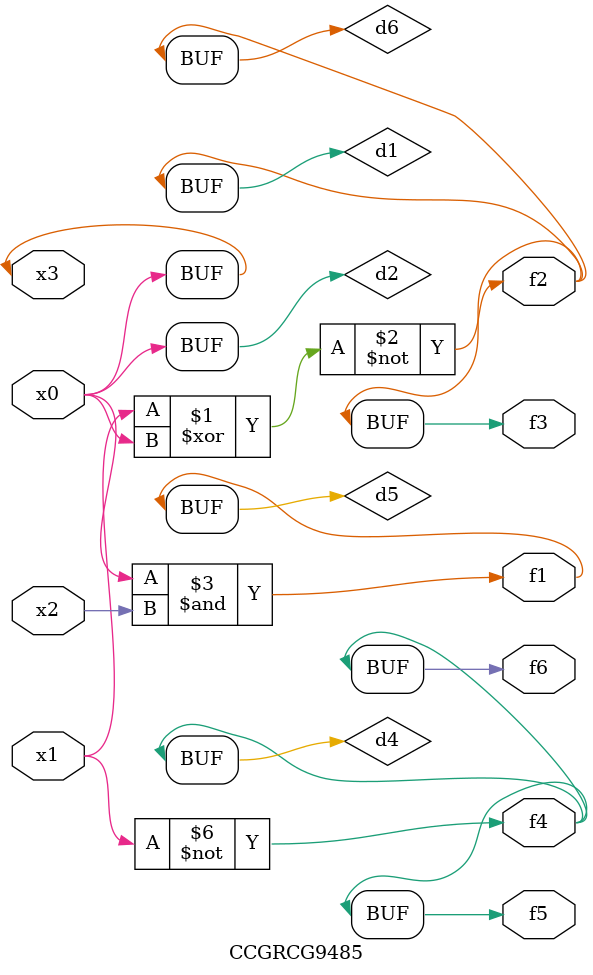
<source format=v>
module CCGRCG9485(
	input x0, x1, x2, x3,
	output f1, f2, f3, f4, f5, f6
);

	wire d1, d2, d3, d4, d5, d6;

	xnor (d1, x1, x3);
	buf (d2, x0, x3);
	nand (d3, x0, x2);
	not (d4, x1);
	nand (d5, d3);
	or (d6, d1);
	assign f1 = d5;
	assign f2 = d6;
	assign f3 = d6;
	assign f4 = d4;
	assign f5 = d4;
	assign f6 = d4;
endmodule

</source>
